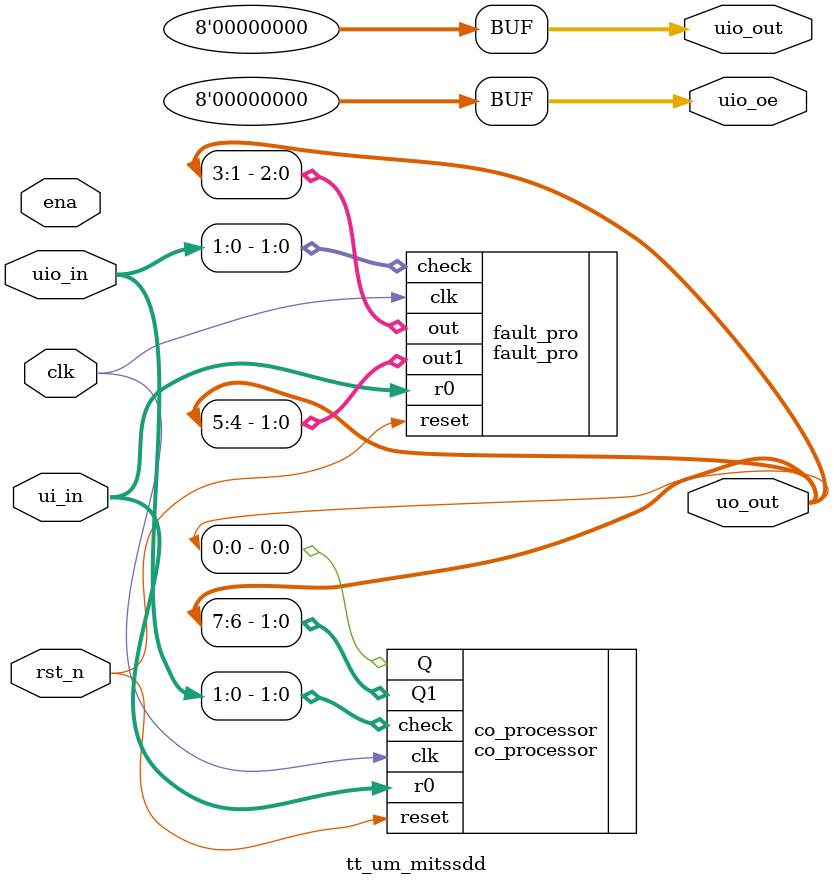
<source format=v>
/*
 * Copyright (c) 2024 Your Name
 * SPDX-License-Identifier: Apache-2.0
 */

`default_nettype none

module tt_um_mitssdd (
    input  wire [7:0] ui_in,    // Dedicated inputs
    output wire [7:0] uo_out,   // Dedicated outputs
    input  wire [7:0] uio_in,   // IOs: Input path
    output wire [7:0] uio_out,  // IOs: Output path
    output wire [7:0] uio_oe,   // IOs: Enable path (active high: 0=input, 1=output)
    input  wire       ena,      // always 1 when the design is powered, so you can ignore it
    input  wire       clk,      // clock
    input  wire       rst_n     // reset_n - low to reset
);

  // All output pins must be assigned. If not used, assign to 0.

  assign uio_out = 0;
  assign uio_oe  = 0;
     co_processor co_processor  (
    .clk(clk),
    .reset(rst_n),
	.r0(ui_in),
	.check(uio_in[1:0]),
	     .Q(uo_out[0]),
	         .Q1(uo_out[7:6])
	
);
    fault_pro fault_pro  (
    .clk(clk),
    .reset(rst_n),
	.r0(ui_in),
	.check(uio_in[1:0]),
	.out(uo_out[3:1]),
	.out1(uo_out[5:4])
		
	
);

endmodule

</source>
